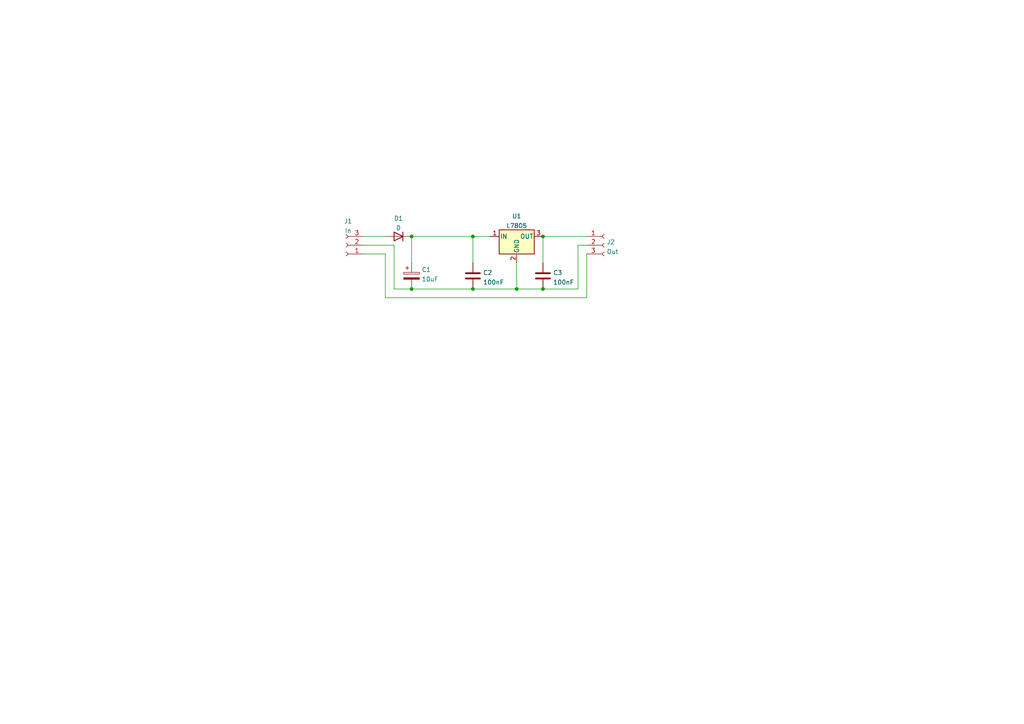
<source format=kicad_sch>
(kicad_sch (version 20211123) (generator eeschema)
  (paper "A4")
  (lib_symbols
    (symbol "Connector:Conn_01x03_Female" (pin_names (offset 1.016) hide)
      (property "Reference" "J" (at 0 5.08 0))
      (property "Value" "Conn_01x03_Female" (at 0 -5.08 0))
      (symbol "Conn_01x03_Female_1_1"
        (arc (start 0 -2.032) (mid -0.508 -2.54) (end 0 -3.048) (stroke (width 0.1524)))
        (polyline (pts (xy -1.27 -2.54) (xy -0.508 -2.54)) (stroke (width 0.1524)))
        (polyline (pts (xy -1.27 0) (xy -0.508 0)) (stroke (width 0.1524)))
        (polyline (pts (xy -1.27 2.54) (xy -0.508 2.54)) (stroke (width 0.1524)))
        (arc (start 0 0.508) (mid -0.508 0) (end 0 -0.508) (stroke (width 0.1524)))
        (arc (start 0 3.048) (mid -0.508 2.54) (end 0 2.032) (stroke (width 0.1524)))
        (pin passive line (at -5.08 2.54 0) (length 3.81) (name "Pin_1") (number "1"))
        (pin passive line (at -5.08 0 0) (length 3.81) (name "Pin_2") (number "2"))
        (pin passive line (at -5.08 -2.54 0) (length 3.81) (name "Pin_3") (number "3"))
      )
    )
    (symbol "Device:C" (pin_numbers hide) (pin_names (offset 0.254))
      (property "Reference" "C" (at 0.635 2.54 0))
      (property "Value" "C" (at 0.635 -2.54 0))
      (symbol "C_0_1"
        (polyline (pts (xy -2.032 -0.762) (xy 2.032 -0.762)) (stroke (width 0.508)))
        (polyline (pts (xy -2.032 0.762) (xy 2.032 0.762)) (stroke (width 0.508)))
      )
      (symbol "C_1_1"
        (pin passive line (at 0 3.81 270) (length 2.794) (name "~") (number "1"))
        (pin passive line (at 0 -3.81 90) (length 2.794) (name "~") (number "2"))
      )
    )
    (symbol "Device:C_Polarized" (pin_numbers hide) (pin_names (offset 0.254))
      (property "Reference" "C" (at 0.635 2.54 0))
      (property "Value" "C_Polarized" (at 0.635 -2.54 0))
      (symbol "C_Polarized_0_1"
        (rectangle (start -2.286 0.508) (end 2.286 1.016))
        (polyline (pts (xy -1.778 2.286) (xy -0.762 2.286)))
        (polyline (pts (xy -1.27 2.794) (xy -1.27 1.778)))
        (rectangle (start 2.286 -0.508) (end -2.286 -1.016) (fill (type outline)))
      )
      (symbol "C_Polarized_1_1"
        (pin passive line (at 0 3.81 270) (length 2.794) (name "~") (number "1"))
        (pin passive line (at 0 -3.81 90) (length 2.794) (name "~") (number "2"))
      )
    )
    (symbol "Device:D" (pin_numbers hide) (pin_names (offset 1.016) hide)
      (property "Reference" "D" (at 0 2.54 0))
      (property "Value" "D" (at 0 -2.54 0))
      (symbol "D_0_1"
        (polyline (pts (xy -1.27 1.27) (xy -1.27 -1.27)) (stroke (width 0.254)))
        (polyline (pts (xy 1.27 0) (xy -1.27 0)))
        (polyline (pts (xy 1.27 1.27) (xy 1.27 -1.27) (xy -1.27 0) (xy 1.27 1.27)) (stroke (width 0.254)))
      )
      (symbol "D_1_1"
        (pin passive line (at -3.81 0 0) (length 2.54) (name "K") (number "1"))
        (pin passive line (at 3.81 0 180) (length 2.54) (name "A") (number "2"))
      )
    )
    (symbol "Regulator_Linear:L7805" (pin_names (offset 0.254))
      (property "Reference" "U" (at -3.81 3.175 0))
      (property "Value" "L7805" (at 0 3.175 0))
      (symbol "L7805_0_1"
        (rectangle (start -5.08 1.905) (end 5.08 -5.08) (stroke (width 0.254)) (fill (type background)))
      )
      (symbol "L7805_1_1"
        (pin power_in line (at -7.62 0 0) (length 2.54) (name "IN") (number "1"))
        (pin power_in line (at 0 -7.62 90) (length 2.54) (name "GND") (number "2"))
        (pin power_out line (at 7.62 0 180) (length 2.54) (name "OUT") (number "3"))
      )
    )
  )
  (junction (at 157.48 68.58))
  (junction (at 149.86 83.82))
  (junction (at 119.38 83.82))
  (junction (at 137.16 83.82))
  (junction (at 119.38 68.58))
  (junction (at 157.48 83.82))
  (junction (at 137.16 68.58))
  (wire (pts (xy 114.3 71.12) (xy 114.3 83.82)))
  (wire (pts (xy 167.64 71.12) (xy 167.64 83.82)))
  (wire (pts (xy 149.86 76.2) (xy 149.86 83.82)))
  (wire (pts (xy 111.76 86.36) (xy 170.18 86.36)))
  (wire (pts (xy 137.16 83.82) (xy 149.86 83.82)))
  (wire (pts (xy 137.16 68.58) (xy 142.24 68.58)))
  (wire (pts (xy 105.41 68.58) (xy 111.76 68.58)))
  (wire (pts (xy 119.38 68.58) (xy 119.38 76.2)))
  (wire (pts (xy 137.16 68.58) (xy 137.16 76.2)))
  (wire (pts (xy 114.3 83.82) (xy 119.38 83.82)))
  (wire (pts (xy 111.76 73.66) (xy 111.76 86.36)))
  (wire (pts (xy 157.48 83.82) (xy 167.64 83.82)))
  (wire (pts (xy 157.48 68.58) (xy 157.48 76.2)))
  (wire (pts (xy 157.48 68.58) (xy 170.18 68.58)))
  (wire (pts (xy 170.18 71.12) (xy 167.64 71.12)))
  (wire (pts (xy 119.38 83.82) (xy 137.16 83.82)))
  (wire (pts (xy 170.18 86.36) (xy 170.18 73.66)))
  (wire (pts (xy 119.38 68.58) (xy 137.16 68.58)))
  (wire (pts (xy 111.76 73.66) (xy 105.41 73.66)))
  (wire (pts (xy 105.41 71.12) (xy 114.3 71.12)))
  (wire (pts (xy 149.86 83.82) (xy 157.48 83.82)))
  (symbol (lib_id "Connector:Conn_01x03_Female") (at 175.26 71.12 0) (unit 1)
    (property "Reference" "J2" (at 175.9712 70.2115 0) (effects (justify left)))
    (property "Value" "Out" (at 175.9712 72.9866 0) (effects (justify left)))
    (property "Footprint" "Connector_PinSocket_2.54mm:PinSocket_1x03_P2.54mm_Vertical" (effects hide))
  )
  (symbol (lib_id "Regulator_Linear:L7805") (at 149.86 68.58 0) (unit 1)
    (property "Reference" "U1" (at 149.86 62.7085 0))
    (property "Value" "L7805" (at 149.86 65.4836 0))
    (property "Footprint" "Package_TO_SOT_THT:TO-220-3_Vertical" (effects hide))
    (property "Datasheet" "http://www.st.com/content/ccc/resource/technical/document/datasheet/41/4f/b3/b0/12/d4/47/88/CD00000444.pdf/files/CD00000444.pdf/jcr:content/translations/en.CD00000444.pdf" (effects hide))
  )
  (symbol (lib_id "Device:C") (at 137.16 80.01 0) (unit 1)
    (property "Reference" "C2" (at 140.081 79.1015 0) (effects (justify left)))
    (property "Value" "100nF" (at 140.081 81.8766 0) (effects (justify left)))
    (property "Footprint" "Capacitor_THT:C_Disc_D5.1mm_W3.2mm_P5.00mm" (effects hide))
  )
  (symbol (lib_id "Connector:Conn_01x03_Female") (at 100.33 71.12 180) (unit 1)
    (property "Reference" "J1" (at 100.965 64.1563 0))
    (property "Value" "In" (at 100.965 66.9314 0))
    (property "Footprint" "Connector_PinSocket_2.54mm:PinSocket_1x03_P2.54mm_Vertical" (effects hide))
  )
  (symbol (lib_id "Device:C") (at 157.48 80.01 0) (unit 1)
    (property "Reference" "C3" (at 160.401 79.1015 0) (effects (justify left)))
    (property "Value" "100nF" (at 160.401 81.8766 0) (effects (justify left)))
    (property "Footprint" "Capacitor_THT:C_Disc_D5.1mm_W3.2mm_P5.00mm" (effects hide))
  )
  (symbol (lib_id "Device:C_Polarized") (at 119.38 80.01 0) (unit 1)
    (property "Reference" "C1" (at 122.301 78.2125 0) (effects (justify left)))
    (property "Value" "10uF" (at 122.301 80.9876 0) (effects (justify left)))
    (property "Footprint" "Capacitor_THT:CP_Radial_D5.0mm_P2.00mm" (effects hide))
  )
  (symbol (lib_id "Device:D") (at 115.57 68.58 180) (unit 1)
    (property "Reference" "D1" (at 115.57 63.3435 0))
    (property "Value" "D" (at 115.57 66.1186 0))
    (property "Footprint" "Diode_THT:D_DO-41_SOD81_P7.62mm_Horizontal" (effects hide))
  )
)
</source>
